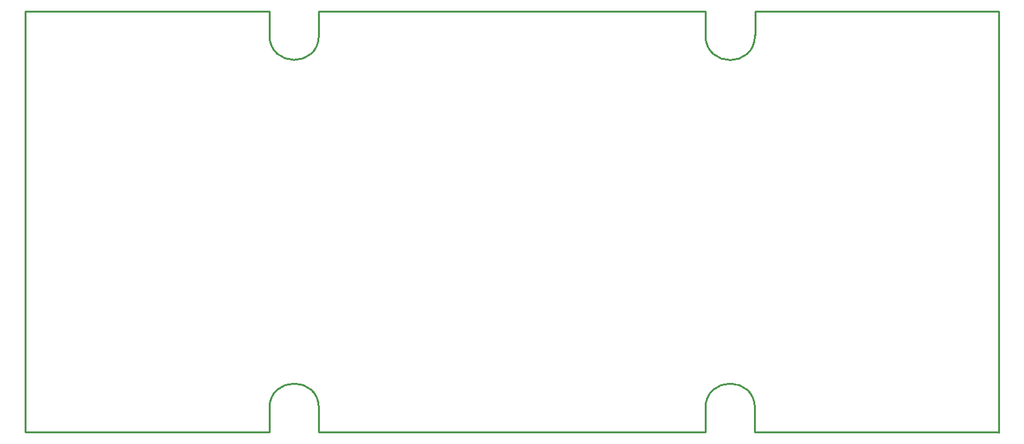
<source format=gbr>
%TF.GenerationSoftware,Altium Limited,Altium Designer,22.7.1 (60)*%
G04 Layer_Color=32768*
%FSLAX43Y43*%
%MOMM*%
%TF.SameCoordinates,1608F762-6F3A-48E5-B14A-7665CB884DB8*%
%TF.FilePolarity,Positive*%
%TF.FileFunction,Other,Board_Outline_(ES)*%
%TF.Part,Single*%
G01*
G75*
%TA.AperFunction,NonConductor*%
%ADD47C,0.254*%
D47*
X39390Y3235D02*
G03*
X32760Y3235I-3315J0D01*
G01*
X97900D02*
G03*
X91270Y3235I-3315J0D01*
G01*
X91275Y53350D02*
G03*
X97905Y53350I3315J0D01*
G01*
X32760Y53375D02*
G03*
X39390Y53375I3315J0D01*
G01*
Y0D02*
Y3250D01*
X78300Y0D02*
X91270D01*
X39390D02*
X52360D01*
X0Y56610D02*
X32760D01*
X0D02*
X0Y0D01*
X91270D02*
Y3250D01*
X91275Y53350D02*
Y56585D01*
X97900Y0D02*
Y3235D01*
X97905Y53350D02*
Y56585D01*
Y0D02*
X130665D01*
X97905Y56585D02*
X130665D01*
Y-25D02*
Y56585D01*
X32760Y0D02*
Y3235D01*
Y53375D02*
Y56610D01*
X52360Y0D02*
X78300D01*
X0D02*
X32760D01*
X39390Y56610D02*
X91270D01*
X39390Y53375D02*
Y56610D01*
%TF.MD5,f26bad900347a78e308297a022ca2f5d*%
M02*

</source>
